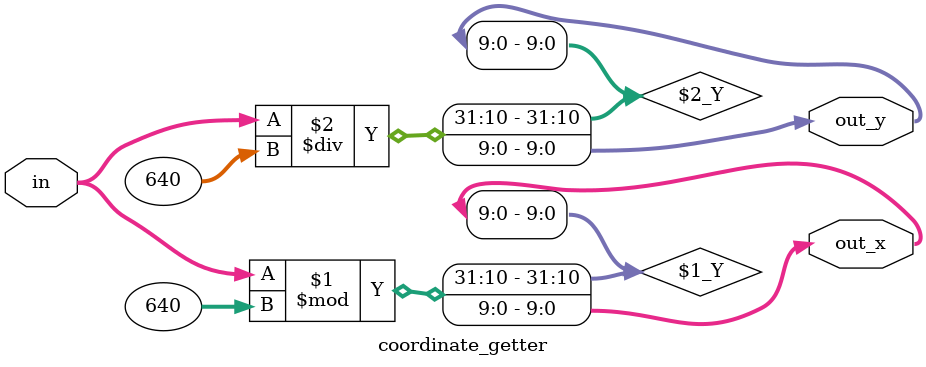
<source format=v>
module coordinate_getter( in, out_x, out_y);

	input [18:0] in;
	output [9:0] out_x, out_y;
	
	assign out_x = in % 640;
	assign out_y = in / 640;
endmodule

</source>
